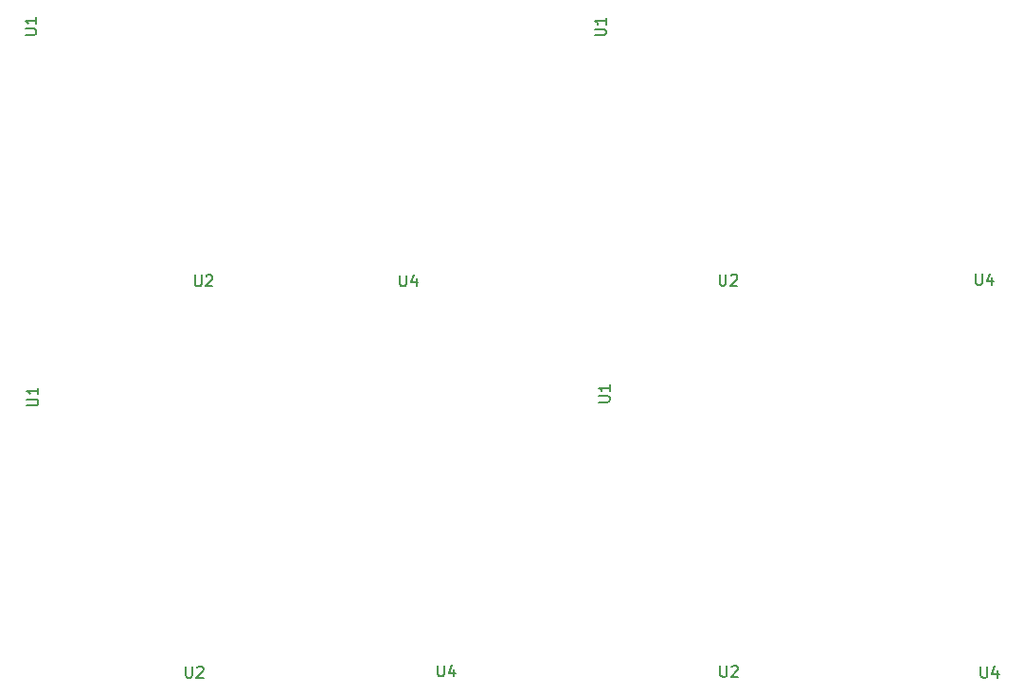
<source format=gbr>
G04 #@! TF.GenerationSoftware,KiCad,Pcbnew,5.1.8-db9833491~88~ubuntu20.04.1*
G04 #@! TF.CreationDate,2021-03-01T02:47:50-08:00*
G04 #@! TF.ProjectId,directional_coupler20dB,64697265-6374-4696-9f6e-616c5f636f75,rev?*
G04 #@! TF.SameCoordinates,Original*
G04 #@! TF.FileFunction,Legend,Top*
G04 #@! TF.FilePolarity,Positive*
%FSLAX46Y46*%
G04 Gerber Fmt 4.6, Leading zero omitted, Abs format (unit mm)*
G04 Created by KiCad (PCBNEW 5.1.8-db9833491~88~ubuntu20.04.1) date 2021-03-01 02:47:50*
%MOMM*%
%LPD*%
G01*
G04 APERTURE LIST*
%ADD10C,0.150000*%
G04 APERTURE END LIST*
G04 #@! TO.C,U1*
D10*
X63832380Y-137131904D02*
X64641904Y-137131904D01*
X64737142Y-137084285D01*
X64784761Y-137036666D01*
X64832380Y-136941428D01*
X64832380Y-136750952D01*
X64784761Y-136655714D01*
X64737142Y-136608095D01*
X64641904Y-136560476D01*
X63832380Y-136560476D01*
X64832380Y-135560476D02*
X64832380Y-136131904D01*
X64832380Y-135846190D02*
X63832380Y-135846190D01*
X63975238Y-135941428D01*
X64070476Y-136036666D01*
X64118095Y-136131904D01*
G04 #@! TO.C,U4*
X100548095Y-160362380D02*
X100548095Y-161171904D01*
X100595714Y-161267142D01*
X100643333Y-161314761D01*
X100738571Y-161362380D01*
X100929047Y-161362380D01*
X101024285Y-161314761D01*
X101071904Y-161267142D01*
X101119523Y-161171904D01*
X101119523Y-160362380D01*
X102024285Y-160695714D02*
X102024285Y-161362380D01*
X101786190Y-160314761D02*
X101548095Y-161029047D01*
X102167142Y-161029047D01*
G04 #@! TO.C,U2*
X78048095Y-160462380D02*
X78048095Y-161271904D01*
X78095714Y-161367142D01*
X78143333Y-161414761D01*
X78238571Y-161462380D01*
X78429047Y-161462380D01*
X78524285Y-161414761D01*
X78571904Y-161367142D01*
X78619523Y-161271904D01*
X78619523Y-160462380D01*
X79048095Y-160557619D02*
X79095714Y-160510000D01*
X79190952Y-160462380D01*
X79429047Y-160462380D01*
X79524285Y-160510000D01*
X79571904Y-160557619D01*
X79619523Y-160652857D01*
X79619523Y-160748095D01*
X79571904Y-160890952D01*
X79000476Y-161462380D01*
X79619523Y-161462380D01*
G04 #@! TO.C,U1*
X114932380Y-136831904D02*
X115741904Y-136831904D01*
X115837142Y-136784285D01*
X115884761Y-136736666D01*
X115932380Y-136641428D01*
X115932380Y-136450952D01*
X115884761Y-136355714D01*
X115837142Y-136308095D01*
X115741904Y-136260476D01*
X114932380Y-136260476D01*
X115932380Y-135260476D02*
X115932380Y-135831904D01*
X115932380Y-135546190D02*
X114932380Y-135546190D01*
X115075238Y-135641428D01*
X115170476Y-135736666D01*
X115218095Y-135831904D01*
G04 #@! TO.C,U4*
X149108095Y-160462380D02*
X149108095Y-161271904D01*
X149155714Y-161367142D01*
X149203333Y-161414761D01*
X149298571Y-161462380D01*
X149489047Y-161462380D01*
X149584285Y-161414761D01*
X149631904Y-161367142D01*
X149679523Y-161271904D01*
X149679523Y-160462380D01*
X150584285Y-160795714D02*
X150584285Y-161462380D01*
X150346190Y-160414761D02*
X150108095Y-161129047D01*
X150727142Y-161129047D01*
G04 #@! TO.C,U2*
X125818095Y-160412380D02*
X125818095Y-161221904D01*
X125865714Y-161317142D01*
X125913333Y-161364761D01*
X126008571Y-161412380D01*
X126199047Y-161412380D01*
X126294285Y-161364761D01*
X126341904Y-161317142D01*
X126389523Y-161221904D01*
X126389523Y-160412380D01*
X126818095Y-160507619D02*
X126865714Y-160460000D01*
X126960952Y-160412380D01*
X127199047Y-160412380D01*
X127294285Y-160460000D01*
X127341904Y-160507619D01*
X127389523Y-160602857D01*
X127389523Y-160698095D01*
X127341904Y-160840952D01*
X126770476Y-161412380D01*
X127389523Y-161412380D01*
G04 #@! TO.C,U1*
X114582380Y-104031904D02*
X115391904Y-104031904D01*
X115487142Y-103984285D01*
X115534761Y-103936666D01*
X115582380Y-103841428D01*
X115582380Y-103650952D01*
X115534761Y-103555714D01*
X115487142Y-103508095D01*
X115391904Y-103460476D01*
X114582380Y-103460476D01*
X115582380Y-102460476D02*
X115582380Y-103031904D01*
X115582380Y-102746190D02*
X114582380Y-102746190D01*
X114725238Y-102841428D01*
X114820476Y-102936666D01*
X114868095Y-103031904D01*
G04 #@! TO.C,U2*
X125758095Y-125402380D02*
X125758095Y-126211904D01*
X125805714Y-126307142D01*
X125853333Y-126354761D01*
X125948571Y-126402380D01*
X126139047Y-126402380D01*
X126234285Y-126354761D01*
X126281904Y-126307142D01*
X126329523Y-126211904D01*
X126329523Y-125402380D01*
X126758095Y-125497619D02*
X126805714Y-125450000D01*
X126900952Y-125402380D01*
X127139047Y-125402380D01*
X127234285Y-125450000D01*
X127281904Y-125497619D01*
X127329523Y-125592857D01*
X127329523Y-125688095D01*
X127281904Y-125830952D01*
X126710476Y-126402380D01*
X127329523Y-126402380D01*
G04 #@! TO.C,U4*
X148648095Y-125352380D02*
X148648095Y-126161904D01*
X148695714Y-126257142D01*
X148743333Y-126304761D01*
X148838571Y-126352380D01*
X149029047Y-126352380D01*
X149124285Y-126304761D01*
X149171904Y-126257142D01*
X149219523Y-126161904D01*
X149219523Y-125352380D01*
X150124285Y-125685714D02*
X150124285Y-126352380D01*
X149886190Y-125304761D02*
X149648095Y-126019047D01*
X150267142Y-126019047D01*
G04 #@! TO.C,U1*
X63692380Y-103981904D02*
X64501904Y-103981904D01*
X64597142Y-103934285D01*
X64644761Y-103886666D01*
X64692380Y-103791428D01*
X64692380Y-103600952D01*
X64644761Y-103505714D01*
X64597142Y-103458095D01*
X64501904Y-103410476D01*
X63692380Y-103410476D01*
X64692380Y-102410476D02*
X64692380Y-102981904D01*
X64692380Y-102696190D02*
X63692380Y-102696190D01*
X63835238Y-102791428D01*
X63930476Y-102886666D01*
X63978095Y-102981904D01*
G04 #@! TO.C,U2*
X78868095Y-125462380D02*
X78868095Y-126271904D01*
X78915714Y-126367142D01*
X78963333Y-126414761D01*
X79058571Y-126462380D01*
X79249047Y-126462380D01*
X79344285Y-126414761D01*
X79391904Y-126367142D01*
X79439523Y-126271904D01*
X79439523Y-125462380D01*
X79868095Y-125557619D02*
X79915714Y-125510000D01*
X80010952Y-125462380D01*
X80249047Y-125462380D01*
X80344285Y-125510000D01*
X80391904Y-125557619D01*
X80439523Y-125652857D01*
X80439523Y-125748095D01*
X80391904Y-125890952D01*
X79820476Y-126462380D01*
X80439523Y-126462380D01*
G04 #@! TO.C,U4*
X97178095Y-125472380D02*
X97178095Y-126281904D01*
X97225714Y-126377142D01*
X97273333Y-126424761D01*
X97368571Y-126472380D01*
X97559047Y-126472380D01*
X97654285Y-126424761D01*
X97701904Y-126377142D01*
X97749523Y-126281904D01*
X97749523Y-125472380D01*
X98654285Y-125805714D02*
X98654285Y-126472380D01*
X98416190Y-125424761D02*
X98178095Y-126139047D01*
X98797142Y-126139047D01*
G04 #@! TD*
M02*

</source>
